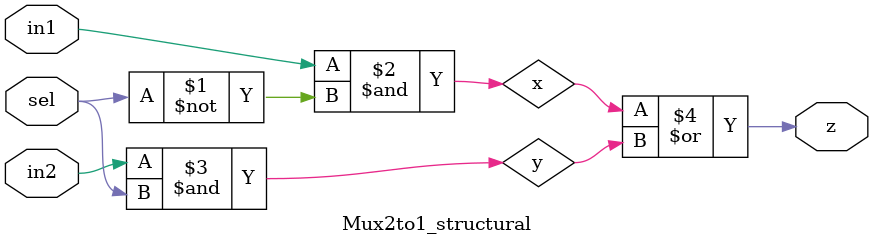
<source format=v>
module Mux2to1(input in1, in2, sel, output y);
assign y = (sel) ? in2:in1;
endmodule

module Mux2to1_structural(input in1, in2, sel, output z);
wire x,y;
and(x, in1, ~sel);
and(y, in2, sel);
or(z, x, y);
endmodule 
</source>
